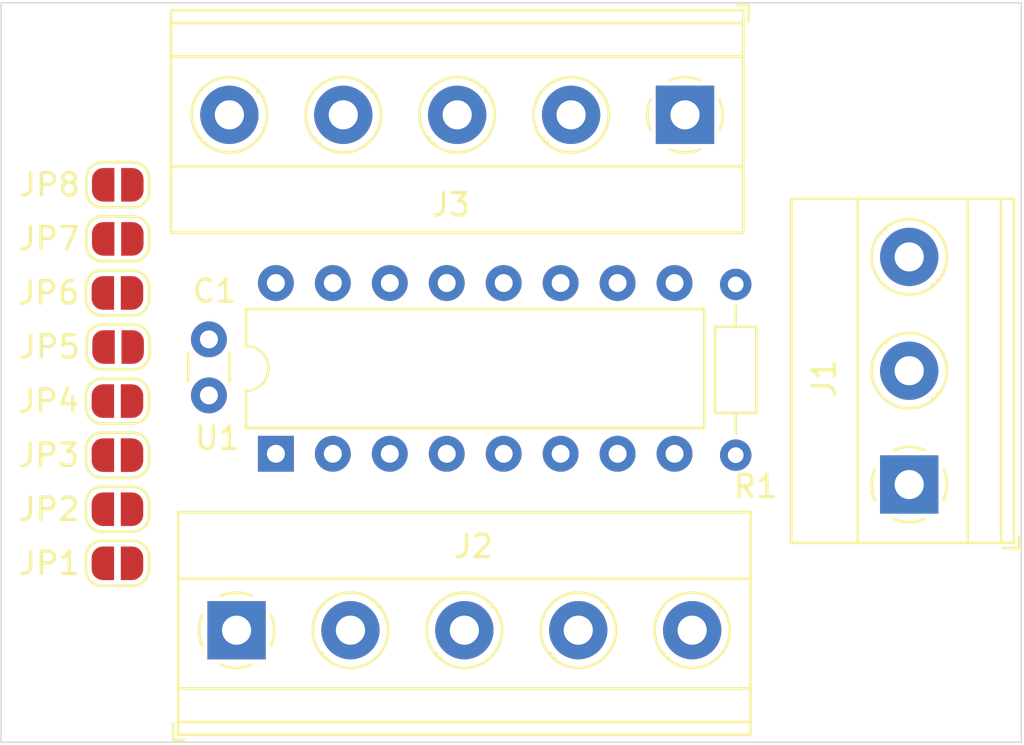
<source format=kicad_pcb>
(kicad_pcb (version 20171130) (host pcbnew "(5.1.12)-1")

  (general
    (thickness 1.6)
    (drawings 4)
    (tracks 0)
    (zones 0)
    (modules 18)
    (nets 16)
  )

  (page A4)
  (layers
    (0 F.Cu signal)
    (31 B.Cu signal)
    (32 B.Adhes user)
    (33 F.Adhes user)
    (34 B.Paste user)
    (35 F.Paste user)
    (36 B.SilkS user)
    (37 F.SilkS user)
    (38 B.Mask user)
    (39 F.Mask user)
    (40 Dwgs.User user)
    (41 Cmts.User user)
    (42 Eco1.User user)
    (43 Eco2.User user)
    (44 Edge.Cuts user)
    (45 Margin user)
    (46 B.CrtYd user)
    (47 F.CrtYd user hide)
    (48 B.Fab user)
    (49 F.Fab user hide)
  )

  (setup
    (last_trace_width 0.25)
    (trace_clearance 0.2)
    (zone_clearance 0.508)
    (zone_45_only no)
    (trace_min 0.2)
    (via_size 0.8)
    (via_drill 0.4)
    (via_min_size 0.4)
    (via_min_drill 0.3)
    (uvia_size 0.3)
    (uvia_drill 0.1)
    (uvias_allowed no)
    (uvia_min_size 0.2)
    (uvia_min_drill 0.1)
    (edge_width 0.05)
    (segment_width 0.2)
    (pcb_text_width 0.3)
    (pcb_text_size 1.5 1.5)
    (mod_edge_width 0.12)
    (mod_text_size 1 1)
    (mod_text_width 0.15)
    (pad_size 1.524 1.524)
    (pad_drill 0.762)
    (pad_to_mask_clearance 0)
    (aux_axis_origin 0 0)
    (visible_elements FFFFFF7F)
    (pcbplotparams
      (layerselection 0x010fc_ffffffff)
      (usegerberextensions false)
      (usegerberattributes true)
      (usegerberadvancedattributes true)
      (creategerberjobfile true)
      (excludeedgelayer true)
      (linewidth 0.100000)
      (plotframeref false)
      (viasonmask false)
      (mode 1)
      (useauxorigin false)
      (hpglpennumber 1)
      (hpglpenspeed 20)
      (hpglpendiameter 15.000000)
      (psnegative false)
      (psa4output false)
      (plotreference true)
      (plotvalue true)
      (plotinvisibletext false)
      (padsonsilk false)
      (subtractmaskfromsilk false)
      (outputformat 1)
      (mirror false)
      (drillshape 1)
      (scaleselection 1)
      (outputdirectory ""))
  )

  (net 0 "")
  (net 1 /rec)
  (net 2 +5V)
  (net 3 GND)
  (net 4 /out10)
  (net 5 /out9)
  (net 6 /out8)
  (net 7 /out7)
  (net 8 /out6)
  (net 9 /out5)
  (net 10 /out4)
  (net 11 /out3)
  (net 12 /out2)
  (net 13 /out1)
  (net 14 "Net-(JP1-Pad1)")
  (net 15 "Net-(U1-Pad12)")

  (net_class Default "This is the default net class."
    (clearance 0.2)
    (trace_width 0.25)
    (via_dia 0.8)
    (via_drill 0.4)
    (uvia_dia 0.3)
    (uvia_drill 0.1)
    (add_net +5V)
    (add_net /out1)
    (add_net /out10)
    (add_net /out2)
    (add_net /out3)
    (add_net /out4)
    (add_net /out5)
    (add_net /out6)
    (add_net /out7)
    (add_net /out8)
    (add_net /out9)
    (add_net /rec)
    (add_net GND)
    (add_net "Net-(JP1-Pad1)")
    (add_net "Net-(U1-Pad12)")
  )

  (module MountingHole:MountingHole_3.2mm_M3 (layer F.Cu) (tedit 56D1B4CB) (tstamp 61DD9E12)
    (at 35 116.5)
    (descr "Mounting Hole 3.2mm, no annular, M3")
    (tags "mounting hole 3.2mm no annular m3")
    (attr virtual)
    (fp_text reference REF** (at 0 -4.2) (layer F.Fab)
      (effects (font (size 1 1) (thickness 0.15)))
    )
    (fp_text value MountingHole_3.2mm_M3 (at 0 4.2) (layer F.Fab)
      (effects (font (size 1 1) (thickness 0.15)))
    )
    (fp_circle (center 0 0) (end 3.2 0) (layer Cmts.User) (width 0.15))
    (fp_circle (center 0 0) (end 3.45 0) (layer F.CrtYd) (width 0.05))
    (fp_text user %R (at 0.3 0) (layer F.Fab)
      (effects (font (size 1 1) (thickness 0.15)))
    )
    (pad 1 np_thru_hole circle (at 0 0) (size 3.2 3.2) (drill 3.2) (layers *.Cu *.Mask))
  )

  (module MountingHole:MountingHole_3.2mm_M3 (layer F.Cu) (tedit 56D1B4CB) (tstamp 61DD9E12)
    (at 34.925 90.5)
    (descr "Mounting Hole 3.2mm, no annular, M3")
    (tags "mounting hole 3.2mm no annular m3")
    (attr virtual)
    (fp_text reference REF** (at 0 -4.2) (layer F.Fab)
      (effects (font (size 1 1) (thickness 0.15)))
    )
    (fp_text value MountingHole_3.2mm_M3 (at 0 4.2) (layer F.Fab)
      (effects (font (size 1 1) (thickness 0.15)))
    )
    (fp_circle (center 0 0) (end 3.2 0) (layer Cmts.User) (width 0.15))
    (fp_circle (center 0 0) (end 3.45 0) (layer F.CrtYd) (width 0.05))
    (fp_text user %R (at 0.3 0) (layer F.Fab)
      (effects (font (size 1 1) (thickness 0.15)))
    )
    (pad 1 np_thru_hole circle (at 0 0) (size 3.2 3.2) (drill 3.2) (layers *.Cu *.Mask))
  )

  (module MountingHole:MountingHole_3.2mm_M3 (layer F.Cu) (tedit 56D1B4CB) (tstamp 61DD9E12)
    (at 73.5 90.5)
    (descr "Mounting Hole 3.2mm, no annular, M3")
    (tags "mounting hole 3.2mm no annular m3")
    (attr virtual)
    (fp_text reference REF** (at 0 -4.2) (layer F.Fab)
      (effects (font (size 1 1) (thickness 0.15)))
    )
    (fp_text value MountingHole_3.2mm_M3 (at 0 4.2) (layer F.Fab)
      (effects (font (size 1 1) (thickness 0.15)))
    )
    (fp_circle (center 0 0) (end 3.2 0) (layer Cmts.User) (width 0.15))
    (fp_circle (center 0 0) (end 3.45 0) (layer F.CrtYd) (width 0.05))
    (fp_text user %R (at 0.3 0) (layer F.Fab)
      (effects (font (size 1 1) (thickness 0.15)))
    )
    (pad 1 np_thru_hole circle (at 0 0) (size 3.2 3.2) (drill 3.2) (layers *.Cu *.Mask))
  )

  (module MountingHole:MountingHole_3.2mm_M3 (layer F.Cu) (tedit 56D1B4CB) (tstamp 61DD9E02)
    (at 73.5 116.5)
    (descr "Mounting Hole 3.2mm, no annular, M3")
    (tags "mounting hole 3.2mm no annular m3")
    (attr virtual)
    (fp_text reference REF** (at 0 -4.2) (layer F.Fab)
      (effects (font (size 1 1) (thickness 0.15)))
    )
    (fp_text value MountingHole_3.2mm_M3 (at 0 4.2) (layer F.Fab)
      (effects (font (size 1 1) (thickness 0.15)))
    )
    (fp_text user %R (at 0.3 0) (layer F.Fab)
      (effects (font (size 1 1) (thickness 0.15)))
    )
    (fp_circle (center 0 0) (end 3.2 0) (layer Cmts.User) (width 0.15))
    (fp_circle (center 0 0) (end 3.45 0) (layer F.CrtYd) (width 0.05))
    (pad 1 np_thru_hole circle (at 0 0) (size 3.2 3.2) (drill 3.2) (layers *.Cu *.Mask))
  )

  (module Capacitor_THT:C_Disc_D3.0mm_W1.6mm_P2.50mm (layer F.Cu) (tedit 5AE50EF0) (tstamp 61DD8683)
    (at 40.767 102.021 270)
    (descr "C, Disc series, Radial, pin pitch=2.50mm, , diameter*width=3.0*1.6mm^2, Capacitor, http://www.vishay.com/docs/45233/krseries.pdf")
    (tags "C Disc series Radial pin pitch 2.50mm  diameter 3.0mm width 1.6mm Capacitor")
    (path /61E25771)
    (fp_text reference C1 (at -2.159 -0.254 180) (layer F.SilkS)
      (effects (font (size 1 1) (thickness 0.15)))
    )
    (fp_text value C (at 1.25 2.05 90) (layer F.Fab)
      (effects (font (size 1 1) (thickness 0.15)))
    )
    (fp_text user %R (at 1.25 0 90) (layer F.Fab)
      (effects (font (size 0.6 0.6) (thickness 0.09)))
    )
    (fp_line (start -0.25 -0.8) (end -0.25 0.8) (layer F.Fab) (width 0.1))
    (fp_line (start -0.25 0.8) (end 2.75 0.8) (layer F.Fab) (width 0.1))
    (fp_line (start 2.75 0.8) (end 2.75 -0.8) (layer F.Fab) (width 0.1))
    (fp_line (start 2.75 -0.8) (end -0.25 -0.8) (layer F.Fab) (width 0.1))
    (fp_line (start 0.621 -0.92) (end 1.879 -0.92) (layer F.SilkS) (width 0.12))
    (fp_line (start 0.621 0.92) (end 1.879 0.92) (layer F.SilkS) (width 0.12))
    (fp_line (start -1.05 -1.05) (end -1.05 1.05) (layer F.CrtYd) (width 0.05))
    (fp_line (start -1.05 1.05) (end 3.55 1.05) (layer F.CrtYd) (width 0.05))
    (fp_line (start 3.55 1.05) (end 3.55 -1.05) (layer F.CrtYd) (width 0.05))
    (fp_line (start 3.55 -1.05) (end -1.05 -1.05) (layer F.CrtYd) (width 0.05))
    (pad 2 thru_hole circle (at 2.5 0 270) (size 1.6 1.6) (drill 0.8) (layers *.Cu *.Mask)
      (net 3 GND))
    (pad 1 thru_hole circle (at 0 0 270) (size 1.6 1.6) (drill 0.8) (layers *.Cu *.Mask)
      (net 2 +5V))
    (model ${KISYS3DMOD}/Capacitor_THT.3dshapes/C_Disc_D3.0mm_W1.6mm_P2.50mm.wrl
      (at (xyz 0 0 0))
      (scale (xyz 1 1 1))
      (rotate (xyz 0 0 0))
    )
  )

  (module TerminalBlock_Phoenix:TerminalBlock_Phoenix_MKDS-1,5-5-5.08_1x05_P5.08mm_Horizontal (layer F.Cu) (tedit 5B294EBD) (tstamp 61DD7B8E)
    (at 62 92 180)
    (descr "Terminal Block Phoenix MKDS-1,5-5-5.08, 5 pins, pitch 5.08mm, size 25.4x9.8mm^2, drill diamater 1.3mm, pad diameter 2.6mm, see http://www.farnell.com/datasheets/100425.pdf, script-generated using https://github.com/pointhi/kicad-footprint-generator/scripts/TerminalBlock_Phoenix")
    (tags "THT Terminal Block Phoenix MKDS-1,5-5-5.08 pitch 5.08mm size 25.4x9.8mm^2 drill 1.3mm pad 2.6mm")
    (path /61E2131A)
    (fp_text reference J3 (at 10.438 -4.012) (layer F.SilkS)
      (effects (font (size 1 1) (thickness 0.15)))
    )
    (fp_text value Screw_Terminal_01x10 (at 10.16 5.66) (layer F.Fab)
      (effects (font (size 1 1) (thickness 0.15)))
    )
    (fp_text user %R (at 10.16 3.2) (layer F.Fab)
      (effects (font (size 1 1) (thickness 0.15)))
    )
    (fp_arc (start 0 0) (end -0.684 1.535) (angle -25) (layer F.SilkS) (width 0.12))
    (fp_arc (start 0 0) (end -1.535 -0.684) (angle -48) (layer F.SilkS) (width 0.12))
    (fp_arc (start 0 0) (end 0.684 -1.535) (angle -48) (layer F.SilkS) (width 0.12))
    (fp_arc (start 0 0) (end 1.535 0.684) (angle -48) (layer F.SilkS) (width 0.12))
    (fp_arc (start 0 0) (end 0 1.68) (angle -24) (layer F.SilkS) (width 0.12))
    (fp_circle (center 0 0) (end 1.5 0) (layer F.Fab) (width 0.1))
    (fp_circle (center 5.08 0) (end 6.58 0) (layer F.Fab) (width 0.1))
    (fp_circle (center 5.08 0) (end 6.76 0) (layer F.SilkS) (width 0.12))
    (fp_circle (center 10.16 0) (end 11.66 0) (layer F.Fab) (width 0.1))
    (fp_circle (center 10.16 0) (end 11.84 0) (layer F.SilkS) (width 0.12))
    (fp_circle (center 15.24 0) (end 16.74 0) (layer F.Fab) (width 0.1))
    (fp_circle (center 15.24 0) (end 16.92 0) (layer F.SilkS) (width 0.12))
    (fp_circle (center 20.32 0) (end 21.82 0) (layer F.Fab) (width 0.1))
    (fp_circle (center 20.32 0) (end 22 0) (layer F.SilkS) (width 0.12))
    (fp_line (start -2.54 -5.2) (end 22.86 -5.2) (layer F.Fab) (width 0.1))
    (fp_line (start 22.86 -5.2) (end 22.86 4.6) (layer F.Fab) (width 0.1))
    (fp_line (start 22.86 4.6) (end -2.04 4.6) (layer F.Fab) (width 0.1))
    (fp_line (start -2.04 4.6) (end -2.54 4.1) (layer F.Fab) (width 0.1))
    (fp_line (start -2.54 4.1) (end -2.54 -5.2) (layer F.Fab) (width 0.1))
    (fp_line (start -2.54 4.1) (end 22.86 4.1) (layer F.Fab) (width 0.1))
    (fp_line (start -2.6 4.1) (end 22.92 4.1) (layer F.SilkS) (width 0.12))
    (fp_line (start -2.54 2.6) (end 22.86 2.6) (layer F.Fab) (width 0.1))
    (fp_line (start -2.6 2.6) (end 22.92 2.6) (layer F.SilkS) (width 0.12))
    (fp_line (start -2.54 -2.3) (end 22.86 -2.3) (layer F.Fab) (width 0.1))
    (fp_line (start -2.6 -2.301) (end 22.92 -2.301) (layer F.SilkS) (width 0.12))
    (fp_line (start -2.6 -5.261) (end 22.92 -5.261) (layer F.SilkS) (width 0.12))
    (fp_line (start -2.6 4.66) (end 22.92 4.66) (layer F.SilkS) (width 0.12))
    (fp_line (start -2.6 -5.261) (end -2.6 4.66) (layer F.SilkS) (width 0.12))
    (fp_line (start 22.92 -5.261) (end 22.92 4.66) (layer F.SilkS) (width 0.12))
    (fp_line (start 1.138 -0.955) (end -0.955 1.138) (layer F.Fab) (width 0.1))
    (fp_line (start 0.955 -1.138) (end -1.138 0.955) (layer F.Fab) (width 0.1))
    (fp_line (start 6.218 -0.955) (end 4.126 1.138) (layer F.Fab) (width 0.1))
    (fp_line (start 6.035 -1.138) (end 3.943 0.955) (layer F.Fab) (width 0.1))
    (fp_line (start 6.355 -1.069) (end 6.308 -1.023) (layer F.SilkS) (width 0.12))
    (fp_line (start 4.046 1.239) (end 4.011 1.274) (layer F.SilkS) (width 0.12))
    (fp_line (start 6.15 -1.275) (end 6.115 -1.239) (layer F.SilkS) (width 0.12))
    (fp_line (start 3.853 1.023) (end 3.806 1.069) (layer F.SilkS) (width 0.12))
    (fp_line (start 11.298 -0.955) (end 9.206 1.138) (layer F.Fab) (width 0.1))
    (fp_line (start 11.115 -1.138) (end 9.023 0.955) (layer F.Fab) (width 0.1))
    (fp_line (start 11.435 -1.069) (end 11.388 -1.023) (layer F.SilkS) (width 0.12))
    (fp_line (start 9.126 1.239) (end 9.091 1.274) (layer F.SilkS) (width 0.12))
    (fp_line (start 11.23 -1.275) (end 11.195 -1.239) (layer F.SilkS) (width 0.12))
    (fp_line (start 8.933 1.023) (end 8.886 1.069) (layer F.SilkS) (width 0.12))
    (fp_line (start 16.378 -0.955) (end 14.286 1.138) (layer F.Fab) (width 0.1))
    (fp_line (start 16.195 -1.138) (end 14.103 0.955) (layer F.Fab) (width 0.1))
    (fp_line (start 16.515 -1.069) (end 16.468 -1.023) (layer F.SilkS) (width 0.12))
    (fp_line (start 14.206 1.239) (end 14.171 1.274) (layer F.SilkS) (width 0.12))
    (fp_line (start 16.31 -1.275) (end 16.275 -1.239) (layer F.SilkS) (width 0.12))
    (fp_line (start 14.013 1.023) (end 13.966 1.069) (layer F.SilkS) (width 0.12))
    (fp_line (start 21.458 -0.955) (end 19.366 1.138) (layer F.Fab) (width 0.1))
    (fp_line (start 21.275 -1.138) (end 19.183 0.955) (layer F.Fab) (width 0.1))
    (fp_line (start 21.595 -1.069) (end 21.548 -1.023) (layer F.SilkS) (width 0.12))
    (fp_line (start 19.286 1.239) (end 19.251 1.274) (layer F.SilkS) (width 0.12))
    (fp_line (start 21.39 -1.275) (end 21.355 -1.239) (layer F.SilkS) (width 0.12))
    (fp_line (start 19.093 1.023) (end 19.046 1.069) (layer F.SilkS) (width 0.12))
    (fp_line (start -2.84 4.16) (end -2.84 4.9) (layer F.SilkS) (width 0.12))
    (fp_line (start -2.84 4.9) (end -2.34 4.9) (layer F.SilkS) (width 0.12))
    (fp_line (start -3.04 -5.71) (end -3.04 5.1) (layer F.CrtYd) (width 0.05))
    (fp_line (start -3.04 5.1) (end 23.36 5.1) (layer F.CrtYd) (width 0.05))
    (fp_line (start 23.36 5.1) (end 23.36 -5.71) (layer F.CrtYd) (width 0.05))
    (fp_line (start 23.36 -5.71) (end -3.04 -5.71) (layer F.CrtYd) (width 0.05))
    (pad 5 thru_hole circle (at 20.32 0 180) (size 2.6 2.6) (drill 1.3) (layers *.Cu *.Mask)
      (net 4 /out10))
    (pad 4 thru_hole circle (at 15.24 0 180) (size 2.6 2.6) (drill 1.3) (layers *.Cu *.Mask)
      (net 5 /out9))
    (pad 3 thru_hole circle (at 10.16 0 180) (size 2.6 2.6) (drill 1.3) (layers *.Cu *.Mask)
      (net 6 /out8))
    (pad 2 thru_hole circle (at 5.08 0 180) (size 2.6 2.6) (drill 1.3) (layers *.Cu *.Mask)
      (net 7 /out7))
    (pad 1 thru_hole rect (at 0 0 180) (size 2.6 2.6) (drill 1.3) (layers *.Cu *.Mask)
      (net 8 /out6))
    (model ${KISYS3DMOD}/TerminalBlock_Phoenix.3dshapes/TerminalBlock_Phoenix_MKDS-1,5-5-5.08_1x05_P5.08mm_Horizontal.wrl
      (at (xyz 0 0 0))
      (scale (xyz 1 1 1))
      (rotate (xyz 0 0 0))
    )
  )

  (module TerminalBlock_Phoenix:TerminalBlock_Phoenix_MKDS-1,5-5-5.08_1x05_P5.08mm_Horizontal (layer F.Cu) (tedit 5B294EBD) (tstamp 61DD757F)
    (at 42 115)
    (descr "Terminal Block Phoenix MKDS-1,5-5-5.08, 5 pins, pitch 5.08mm, size 25.4x9.8mm^2, drill diamater 1.3mm, pad diameter 2.6mm, see http://www.farnell.com/datasheets/100425.pdf, script-generated using https://github.com/pointhi/kicad-footprint-generator/scripts/TerminalBlock_Phoenix")
    (tags "THT Terminal Block Phoenix MKDS-1,5-5-5.08 pitch 5.08mm size 25.4x9.8mm^2 drill 1.3mm pad 2.6mm")
    (path /61DEE04E)
    (fp_text reference J2 (at 10.578 -3.748) (layer F.SilkS)
      (effects (font (size 1 1) (thickness 0.15)))
    )
    (fp_text value Screw_Terminal_01x10 (at 10.16 5.66) (layer F.Fab)
      (effects (font (size 1 1) (thickness 0.15)))
    )
    (fp_text user %R (at 10.16 3.2) (layer F.Fab)
      (effects (font (size 1 1) (thickness 0.15)))
    )
    (fp_arc (start 0 0) (end -0.684 1.535) (angle -25) (layer F.SilkS) (width 0.12))
    (fp_arc (start 0 0) (end -1.535 -0.684) (angle -48) (layer F.SilkS) (width 0.12))
    (fp_arc (start 0 0) (end 0.684 -1.535) (angle -48) (layer F.SilkS) (width 0.12))
    (fp_arc (start 0 0) (end 1.535 0.684) (angle -48) (layer F.SilkS) (width 0.12))
    (fp_arc (start 0 0) (end 0 1.68) (angle -24) (layer F.SilkS) (width 0.12))
    (fp_circle (center 0 0) (end 1.5 0) (layer F.Fab) (width 0.1))
    (fp_circle (center 5.08 0) (end 6.58 0) (layer F.Fab) (width 0.1))
    (fp_circle (center 5.08 0) (end 6.76 0) (layer F.SilkS) (width 0.12))
    (fp_circle (center 10.16 0) (end 11.66 0) (layer F.Fab) (width 0.1))
    (fp_circle (center 10.16 0) (end 11.84 0) (layer F.SilkS) (width 0.12))
    (fp_circle (center 15.24 0) (end 16.74 0) (layer F.Fab) (width 0.1))
    (fp_circle (center 15.24 0) (end 16.92 0) (layer F.SilkS) (width 0.12))
    (fp_circle (center 20.32 0) (end 21.82 0) (layer F.Fab) (width 0.1))
    (fp_circle (center 20.32 0) (end 22 0) (layer F.SilkS) (width 0.12))
    (fp_line (start -2.54 -5.2) (end 22.86 -5.2) (layer F.Fab) (width 0.1))
    (fp_line (start 22.86 -5.2) (end 22.86 4.6) (layer F.Fab) (width 0.1))
    (fp_line (start 22.86 4.6) (end -2.04 4.6) (layer F.Fab) (width 0.1))
    (fp_line (start -2.04 4.6) (end -2.54 4.1) (layer F.Fab) (width 0.1))
    (fp_line (start -2.54 4.1) (end -2.54 -5.2) (layer F.Fab) (width 0.1))
    (fp_line (start -2.54 4.1) (end 22.86 4.1) (layer F.Fab) (width 0.1))
    (fp_line (start -2.6 4.1) (end 22.92 4.1) (layer F.SilkS) (width 0.12))
    (fp_line (start -2.54 2.6) (end 22.86 2.6) (layer F.Fab) (width 0.1))
    (fp_line (start -2.6 2.6) (end 22.92 2.6) (layer F.SilkS) (width 0.12))
    (fp_line (start -2.54 -2.3) (end 22.86 -2.3) (layer F.Fab) (width 0.1))
    (fp_line (start -2.6 -2.301) (end 22.92 -2.301) (layer F.SilkS) (width 0.12))
    (fp_line (start -2.6 -5.261) (end 22.92 -5.261) (layer F.SilkS) (width 0.12))
    (fp_line (start -2.6 4.66) (end 22.92 4.66) (layer F.SilkS) (width 0.12))
    (fp_line (start -2.6 -5.261) (end -2.6 4.66) (layer F.SilkS) (width 0.12))
    (fp_line (start 22.92 -5.261) (end 22.92 4.66) (layer F.SilkS) (width 0.12))
    (fp_line (start 1.138 -0.955) (end -0.955 1.138) (layer F.Fab) (width 0.1))
    (fp_line (start 0.955 -1.138) (end -1.138 0.955) (layer F.Fab) (width 0.1))
    (fp_line (start 6.218 -0.955) (end 4.126 1.138) (layer F.Fab) (width 0.1))
    (fp_line (start 6.035 -1.138) (end 3.943 0.955) (layer F.Fab) (width 0.1))
    (fp_line (start 6.355 -1.069) (end 6.308 -1.023) (layer F.SilkS) (width 0.12))
    (fp_line (start 4.046 1.239) (end 4.011 1.274) (layer F.SilkS) (width 0.12))
    (fp_line (start 6.15 -1.275) (end 6.115 -1.239) (layer F.SilkS) (width 0.12))
    (fp_line (start 3.853 1.023) (end 3.806 1.069) (layer F.SilkS) (width 0.12))
    (fp_line (start 11.298 -0.955) (end 9.206 1.138) (layer F.Fab) (width 0.1))
    (fp_line (start 11.115 -1.138) (end 9.023 0.955) (layer F.Fab) (width 0.1))
    (fp_line (start 11.435 -1.069) (end 11.388 -1.023) (layer F.SilkS) (width 0.12))
    (fp_line (start 9.126 1.239) (end 9.091 1.274) (layer F.SilkS) (width 0.12))
    (fp_line (start 11.23 -1.275) (end 11.195 -1.239) (layer F.SilkS) (width 0.12))
    (fp_line (start 8.933 1.023) (end 8.886 1.069) (layer F.SilkS) (width 0.12))
    (fp_line (start 16.378 -0.955) (end 14.286 1.138) (layer F.Fab) (width 0.1))
    (fp_line (start 16.195 -1.138) (end 14.103 0.955) (layer F.Fab) (width 0.1))
    (fp_line (start 16.515 -1.069) (end 16.468 -1.023) (layer F.SilkS) (width 0.12))
    (fp_line (start 14.206 1.239) (end 14.171 1.274) (layer F.SilkS) (width 0.12))
    (fp_line (start 16.31 -1.275) (end 16.275 -1.239) (layer F.SilkS) (width 0.12))
    (fp_line (start 14.013 1.023) (end 13.966 1.069) (layer F.SilkS) (width 0.12))
    (fp_line (start 21.458 -0.955) (end 19.366 1.138) (layer F.Fab) (width 0.1))
    (fp_line (start 21.275 -1.138) (end 19.183 0.955) (layer F.Fab) (width 0.1))
    (fp_line (start 21.595 -1.069) (end 21.548 -1.023) (layer F.SilkS) (width 0.12))
    (fp_line (start 19.286 1.239) (end 19.251 1.274) (layer F.SilkS) (width 0.12))
    (fp_line (start 21.39 -1.275) (end 21.355 -1.239) (layer F.SilkS) (width 0.12))
    (fp_line (start 19.093 1.023) (end 19.046 1.069) (layer F.SilkS) (width 0.12))
    (fp_line (start -2.84 4.16) (end -2.84 4.9) (layer F.SilkS) (width 0.12))
    (fp_line (start -2.84 4.9) (end -2.34 4.9) (layer F.SilkS) (width 0.12))
    (fp_line (start -3.04 -5.71) (end -3.04 5.1) (layer F.CrtYd) (width 0.05))
    (fp_line (start -3.04 5.1) (end 23.36 5.1) (layer F.CrtYd) (width 0.05))
    (fp_line (start 23.36 5.1) (end 23.36 -5.71) (layer F.CrtYd) (width 0.05))
    (fp_line (start 23.36 -5.71) (end -3.04 -5.71) (layer F.CrtYd) (width 0.05))
    (pad 5 thru_hole circle (at 20.32 0) (size 2.6 2.6) (drill 1.3) (layers *.Cu *.Mask)
      (net 9 /out5))
    (pad 4 thru_hole circle (at 15.24 0) (size 2.6 2.6) (drill 1.3) (layers *.Cu *.Mask)
      (net 10 /out4))
    (pad 3 thru_hole circle (at 10.16 0) (size 2.6 2.6) (drill 1.3) (layers *.Cu *.Mask)
      (net 11 /out3))
    (pad 2 thru_hole circle (at 5.08 0) (size 2.6 2.6) (drill 1.3) (layers *.Cu *.Mask)
      (net 12 /out2))
    (pad 1 thru_hole rect (at 0 0) (size 2.6 2.6) (drill 1.3) (layers *.Cu *.Mask)
      (net 13 /out1))
    (model ${KISYS3DMOD}/TerminalBlock_Phoenix.3dshapes/TerminalBlock_Phoenix_MKDS-1,5-5-5.08_1x05_P5.08mm_Horizontal.wrl
      (at (xyz 0 0 0))
      (scale (xyz 1 1 1))
      (rotate (xyz 0 0 0))
    )
  )

  (module Package_DIP:DIP-16_W7.62mm (layer F.Cu) (tedit 5A02E8C5) (tstamp 61DD764A)
    (at 43.754 107.127 90)
    (descr "16-lead though-hole mounted DIP package, row spacing 7.62 mm (300 mils)")
    (tags "THT DIP DIL PDIP 2.54mm 7.62mm 300mil")
    (path /61DD4530)
    (fp_text reference U1 (at 0.701 -2.606 180) (layer F.SilkS)
      (effects (font (size 1 1) (thickness 0.15)))
    )
    (fp_text value 4017 (at 3.81 20.11 90) (layer F.Fab)
      (effects (font (size 1 1) (thickness 0.15)))
    )
    (fp_text user %R (at 3.81 8.89 90) (layer F.Fab)
      (effects (font (size 1 1) (thickness 0.15)))
    )
    (fp_arc (start 3.81 -1.33) (end 2.81 -1.33) (angle -180) (layer F.SilkS) (width 0.12))
    (fp_line (start 1.635 -1.27) (end 6.985 -1.27) (layer F.Fab) (width 0.1))
    (fp_line (start 6.985 -1.27) (end 6.985 19.05) (layer F.Fab) (width 0.1))
    (fp_line (start 6.985 19.05) (end 0.635 19.05) (layer F.Fab) (width 0.1))
    (fp_line (start 0.635 19.05) (end 0.635 -0.27) (layer F.Fab) (width 0.1))
    (fp_line (start 0.635 -0.27) (end 1.635 -1.27) (layer F.Fab) (width 0.1))
    (fp_line (start 2.81 -1.33) (end 1.16 -1.33) (layer F.SilkS) (width 0.12))
    (fp_line (start 1.16 -1.33) (end 1.16 19.11) (layer F.SilkS) (width 0.12))
    (fp_line (start 1.16 19.11) (end 6.46 19.11) (layer F.SilkS) (width 0.12))
    (fp_line (start 6.46 19.11) (end 6.46 -1.33) (layer F.SilkS) (width 0.12))
    (fp_line (start 6.46 -1.33) (end 4.81 -1.33) (layer F.SilkS) (width 0.12))
    (fp_line (start -1.1 -1.55) (end -1.1 19.3) (layer F.CrtYd) (width 0.05))
    (fp_line (start -1.1 19.3) (end 8.7 19.3) (layer F.CrtYd) (width 0.05))
    (fp_line (start 8.7 19.3) (end 8.7 -1.55) (layer F.CrtYd) (width 0.05))
    (fp_line (start 8.7 -1.55) (end -1.1 -1.55) (layer F.CrtYd) (width 0.05))
    (pad 16 thru_hole oval (at 7.62 0 90) (size 1.6 1.6) (drill 0.8) (layers *.Cu *.Mask)
      (net 2 +5V))
    (pad 8 thru_hole oval (at 0 17.78 90) (size 1.6 1.6) (drill 0.8) (layers *.Cu *.Mask)
      (net 3 GND))
    (pad 15 thru_hole oval (at 7.62 2.54 90) (size 1.6 1.6) (drill 0.8) (layers *.Cu *.Mask)
      (net 14 "Net-(JP1-Pad1)"))
    (pad 7 thru_hole oval (at 0 15.24 90) (size 1.6 1.6) (drill 0.8) (layers *.Cu *.Mask)
      (net 10 /out4))
    (pad 14 thru_hole oval (at 7.62 5.08 90) (size 1.6 1.6) (drill 0.8) (layers *.Cu *.Mask)
      (net 1 /rec))
    (pad 6 thru_hole oval (at 0 12.7 90) (size 1.6 1.6) (drill 0.8) (layers *.Cu *.Mask)
      (net 6 /out8))
    (pad 13 thru_hole oval (at 7.62 7.62 90) (size 1.6 1.6) (drill 0.8) (layers *.Cu *.Mask)
      (net 3 GND))
    (pad 5 thru_hole oval (at 0 10.16 90) (size 1.6 1.6) (drill 0.8) (layers *.Cu *.Mask)
      (net 7 /out7))
    (pad 12 thru_hole oval (at 7.62 10.16 90) (size 1.6 1.6) (drill 0.8) (layers *.Cu *.Mask)
      (net 15 "Net-(U1-Pad12)"))
    (pad 4 thru_hole oval (at 0 7.62 90) (size 1.6 1.6) (drill 0.8) (layers *.Cu *.Mask)
      (net 11 /out3))
    (pad 11 thru_hole oval (at 7.62 12.7 90) (size 1.6 1.6) (drill 0.8) (layers *.Cu *.Mask)
      (net 4 /out10))
    (pad 3 thru_hole oval (at 0 5.08 90) (size 1.6 1.6) (drill 0.8) (layers *.Cu *.Mask)
      (net 13 /out1))
    (pad 10 thru_hole oval (at 7.62 15.24 90) (size 1.6 1.6) (drill 0.8) (layers *.Cu *.Mask)
      (net 9 /out5))
    (pad 2 thru_hole oval (at 0 2.54 90) (size 1.6 1.6) (drill 0.8) (layers *.Cu *.Mask)
      (net 12 /out2))
    (pad 9 thru_hole oval (at 7.62 17.78 90) (size 1.6 1.6) (drill 0.8) (layers *.Cu *.Mask)
      (net 5 /out9))
    (pad 1 thru_hole rect (at 0 0 90) (size 1.6 1.6) (drill 0.8) (layers *.Cu *.Mask)
      (net 8 /out6))
    (model ${KISYS3DMOD}/Package_DIP.3dshapes/DIP-16_W7.62mm.wrl
      (at (xyz 0 0 0))
      (scale (xyz 1 1 1))
      (rotate (xyz 0 0 0))
    )
  )

  (module Resistor_THT:R_Axial_DIN0204_L3.6mm_D1.6mm_P7.62mm_Horizontal (layer F.Cu) (tedit 5AE5139B) (tstamp 61DD7626)
    (at 64.262 99.568 270)
    (descr "Resistor, Axial_DIN0204 series, Axial, Horizontal, pin pitch=7.62mm, 0.167W, length*diameter=3.6*1.6mm^2, http://cdn-reichelt.de/documents/datenblatt/B400/1_4W%23YAG.pdf")
    (tags "Resistor Axial_DIN0204 series Axial Horizontal pin pitch 7.62mm 0.167W length 3.6mm diameter 1.6mm")
    (path /61DE4302)
    (fp_text reference R1 (at 9.017 -0.889 180) (layer F.SilkS)
      (effects (font (size 1 1) (thickness 0.15)))
    )
    (fp_text value 100k (at 3.81 1.92 90) (layer F.Fab)
      (effects (font (size 1 1) (thickness 0.15)))
    )
    (fp_text user %R (at 3.81 0 90) (layer F.Fab)
      (effects (font (size 0.72 0.72) (thickness 0.108)))
    )
    (fp_line (start 2.01 -0.8) (end 2.01 0.8) (layer F.Fab) (width 0.1))
    (fp_line (start 2.01 0.8) (end 5.61 0.8) (layer F.Fab) (width 0.1))
    (fp_line (start 5.61 0.8) (end 5.61 -0.8) (layer F.Fab) (width 0.1))
    (fp_line (start 5.61 -0.8) (end 2.01 -0.8) (layer F.Fab) (width 0.1))
    (fp_line (start 0 0) (end 2.01 0) (layer F.Fab) (width 0.1))
    (fp_line (start 7.62 0) (end 5.61 0) (layer F.Fab) (width 0.1))
    (fp_line (start 1.89 -0.92) (end 1.89 0.92) (layer F.SilkS) (width 0.12))
    (fp_line (start 1.89 0.92) (end 5.73 0.92) (layer F.SilkS) (width 0.12))
    (fp_line (start 5.73 0.92) (end 5.73 -0.92) (layer F.SilkS) (width 0.12))
    (fp_line (start 5.73 -0.92) (end 1.89 -0.92) (layer F.SilkS) (width 0.12))
    (fp_line (start 0.94 0) (end 1.89 0) (layer F.SilkS) (width 0.12))
    (fp_line (start 6.68 0) (end 5.73 0) (layer F.SilkS) (width 0.12))
    (fp_line (start -0.95 -1.05) (end -0.95 1.05) (layer F.CrtYd) (width 0.05))
    (fp_line (start -0.95 1.05) (end 8.57 1.05) (layer F.CrtYd) (width 0.05))
    (fp_line (start 8.57 1.05) (end 8.57 -1.05) (layer F.CrtYd) (width 0.05))
    (fp_line (start 8.57 -1.05) (end -0.95 -1.05) (layer F.CrtYd) (width 0.05))
    (pad 2 thru_hole oval (at 7.62 0 270) (size 1.4 1.4) (drill 0.7) (layers *.Cu *.Mask)
      (net 3 GND))
    (pad 1 thru_hole circle (at 0 0 270) (size 1.4 1.4) (drill 0.7) (layers *.Cu *.Mask)
      (net 14 "Net-(JP1-Pad1)"))
    (model ${KISYS3DMOD}/Resistor_THT.3dshapes/R_Axial_DIN0204_L3.6mm_D1.6mm_P7.62mm_Horizontal.wrl
      (at (xyz 0 0 0))
      (scale (xyz 1 1 1))
      (rotate (xyz 0 0 0))
    )
  )

  (module Jumper:SolderJumper-2_P1.3mm_Open_RoundedPad1.0x1.5mm (layer F.Cu) (tedit 5B391E66) (tstamp 61DD760F)
    (at 36.703 95.123)
    (descr "SMD Solder Jumper, 1x1.5mm, rounded Pads, 0.3mm gap, open")
    (tags "solder jumper open")
    (path /61E0342F)
    (attr virtual)
    (fp_text reference JP8 (at -3.048 0) (layer F.SilkS)
      (effects (font (size 1 1) (thickness 0.15)))
    )
    (fp_text value ju (at 0 1.9) (layer F.Fab)
      (effects (font (size 1 1) (thickness 0.15)))
    )
    (fp_arc (start -0.7 -0.3) (end -0.7 -1) (angle -90) (layer F.SilkS) (width 0.12))
    (fp_arc (start -0.7 0.3) (end -1.4 0.3) (angle -90) (layer F.SilkS) (width 0.12))
    (fp_arc (start 0.7 0.3) (end 0.7 1) (angle -90) (layer F.SilkS) (width 0.12))
    (fp_arc (start 0.7 -0.3) (end 1.4 -0.3) (angle -90) (layer F.SilkS) (width 0.12))
    (fp_line (start -1.4 0.3) (end -1.4 -0.3) (layer F.SilkS) (width 0.12))
    (fp_line (start 0.7 1) (end -0.7 1) (layer F.SilkS) (width 0.12))
    (fp_line (start 1.4 -0.3) (end 1.4 0.3) (layer F.SilkS) (width 0.12))
    (fp_line (start -0.7 -1) (end 0.7 -1) (layer F.SilkS) (width 0.12))
    (fp_line (start -1.65 -1.25) (end 1.65 -1.25) (layer F.CrtYd) (width 0.05))
    (fp_line (start -1.65 -1.25) (end -1.65 1.25) (layer F.CrtYd) (width 0.05))
    (fp_line (start 1.65 1.25) (end 1.65 -1.25) (layer F.CrtYd) (width 0.05))
    (fp_line (start 1.65 1.25) (end -1.65 1.25) (layer F.CrtYd) (width 0.05))
    (pad 2 smd custom (at 0.65 0) (size 1 0.5) (layers F.Cu F.Mask)
      (net 4 /out10) (zone_connect 2)
      (options (clearance outline) (anchor rect))
      (primitives
        (gr_circle (center 0 0.25) (end 0.5 0.25) (width 0))
        (gr_circle (center 0 -0.25) (end 0.5 -0.25) (width 0))
        (gr_poly (pts
           (xy 0 -0.75) (xy -0.5 -0.75) (xy -0.5 0.75) (xy 0 0.75)) (width 0))
      ))
    (pad 1 smd custom (at -0.65 0) (size 1 0.5) (layers F.Cu F.Mask)
      (net 14 "Net-(JP1-Pad1)") (zone_connect 2)
      (options (clearance outline) (anchor rect))
      (primitives
        (gr_circle (center 0 0.25) (end 0.5 0.25) (width 0))
        (gr_circle (center 0 -0.25) (end 0.5 -0.25) (width 0))
        (gr_poly (pts
           (xy 0 -0.75) (xy 0.5 -0.75) (xy 0.5 0.75) (xy 0 0.75)) (width 0))
      ))
  )

  (module Jumper:SolderJumper-2_P1.3mm_Open_RoundedPad1.0x1.5mm (layer F.Cu) (tedit 5B391E66) (tstamp 61DD75FD)
    (at 36.703 97.536)
    (descr "SMD Solder Jumper, 1x1.5mm, rounded Pads, 0.3mm gap, open")
    (tags "solder jumper open")
    (path /61DF6105)
    (attr virtual)
    (fp_text reference JP7 (at -3.063 0) (layer F.SilkS)
      (effects (font (size 1 1) (thickness 0.15)))
    )
    (fp_text value ju (at 0 1.9) (layer F.Fab)
      (effects (font (size 1 1) (thickness 0.15)))
    )
    (fp_arc (start -0.7 -0.3) (end -0.7 -1) (angle -90) (layer F.SilkS) (width 0.12))
    (fp_arc (start -0.7 0.3) (end -1.4 0.3) (angle -90) (layer F.SilkS) (width 0.12))
    (fp_arc (start 0.7 0.3) (end 0.7 1) (angle -90) (layer F.SilkS) (width 0.12))
    (fp_arc (start 0.7 -0.3) (end 1.4 -0.3) (angle -90) (layer F.SilkS) (width 0.12))
    (fp_line (start -1.4 0.3) (end -1.4 -0.3) (layer F.SilkS) (width 0.12))
    (fp_line (start 0.7 1) (end -0.7 1) (layer F.SilkS) (width 0.12))
    (fp_line (start 1.4 -0.3) (end 1.4 0.3) (layer F.SilkS) (width 0.12))
    (fp_line (start -0.7 -1) (end 0.7 -1) (layer F.SilkS) (width 0.12))
    (fp_line (start -1.65 -1.25) (end 1.65 -1.25) (layer F.CrtYd) (width 0.05))
    (fp_line (start -1.65 -1.25) (end -1.65 1.25) (layer F.CrtYd) (width 0.05))
    (fp_line (start 1.65 1.25) (end 1.65 -1.25) (layer F.CrtYd) (width 0.05))
    (fp_line (start 1.65 1.25) (end -1.65 1.25) (layer F.CrtYd) (width 0.05))
    (pad 2 smd custom (at 0.65 0) (size 1 0.5) (layers F.Cu F.Mask)
      (net 5 /out9) (zone_connect 2)
      (options (clearance outline) (anchor rect))
      (primitives
        (gr_circle (center 0 0.25) (end 0.5 0.25) (width 0))
        (gr_circle (center 0 -0.25) (end 0.5 -0.25) (width 0))
        (gr_poly (pts
           (xy 0 -0.75) (xy -0.5 -0.75) (xy -0.5 0.75) (xy 0 0.75)) (width 0))
      ))
    (pad 1 smd custom (at -0.65 0) (size 1 0.5) (layers F.Cu F.Mask)
      (net 14 "Net-(JP1-Pad1)") (zone_connect 2)
      (options (clearance outline) (anchor rect))
      (primitives
        (gr_circle (center 0 0.25) (end 0.5 0.25) (width 0))
        (gr_circle (center 0 -0.25) (end 0.5 -0.25) (width 0))
        (gr_poly (pts
           (xy 0 -0.75) (xy 0.5 -0.75) (xy 0.5 0.75) (xy 0 0.75)) (width 0))
      ))
  )

  (module Jumper:SolderJumper-2_P1.3mm_Open_RoundedPad1.0x1.5mm (layer F.Cu) (tedit 5B391E66) (tstamp 61DD75EB)
    (at 36.688 99.949)
    (descr "SMD Solder Jumper, 1x1.5mm, rounded Pads, 0.3mm gap, open")
    (tags "solder jumper open")
    (path /61DDAF02)
    (attr virtual)
    (fp_text reference JP6 (at -3.063 0) (layer F.SilkS)
      (effects (font (size 1 1) (thickness 0.15)))
    )
    (fp_text value ju (at 0 1.9) (layer F.Fab)
      (effects (font (size 1 1) (thickness 0.15)))
    )
    (fp_arc (start -0.7 -0.3) (end -0.7 -1) (angle -90) (layer F.SilkS) (width 0.12))
    (fp_arc (start -0.7 0.3) (end -1.4 0.3) (angle -90) (layer F.SilkS) (width 0.12))
    (fp_arc (start 0.7 0.3) (end 0.7 1) (angle -90) (layer F.SilkS) (width 0.12))
    (fp_arc (start 0.7 -0.3) (end 1.4 -0.3) (angle -90) (layer F.SilkS) (width 0.12))
    (fp_line (start -1.4 0.3) (end -1.4 -0.3) (layer F.SilkS) (width 0.12))
    (fp_line (start 0.7 1) (end -0.7 1) (layer F.SilkS) (width 0.12))
    (fp_line (start 1.4 -0.3) (end 1.4 0.3) (layer F.SilkS) (width 0.12))
    (fp_line (start -0.7 -1) (end 0.7 -1) (layer F.SilkS) (width 0.12))
    (fp_line (start -1.65 -1.25) (end 1.65 -1.25) (layer F.CrtYd) (width 0.05))
    (fp_line (start -1.65 -1.25) (end -1.65 1.25) (layer F.CrtYd) (width 0.05))
    (fp_line (start 1.65 1.25) (end 1.65 -1.25) (layer F.CrtYd) (width 0.05))
    (fp_line (start 1.65 1.25) (end -1.65 1.25) (layer F.CrtYd) (width 0.05))
    (pad 2 smd custom (at 0.65 0) (size 1 0.5) (layers F.Cu F.Mask)
      (net 6 /out8) (zone_connect 2)
      (options (clearance outline) (anchor rect))
      (primitives
        (gr_circle (center 0 0.25) (end 0.5 0.25) (width 0))
        (gr_circle (center 0 -0.25) (end 0.5 -0.25) (width 0))
        (gr_poly (pts
           (xy 0 -0.75) (xy -0.5 -0.75) (xy -0.5 0.75) (xy 0 0.75)) (width 0))
      ))
    (pad 1 smd custom (at -0.65 0) (size 1 0.5) (layers F.Cu F.Mask)
      (net 14 "Net-(JP1-Pad1)") (zone_connect 2)
      (options (clearance outline) (anchor rect))
      (primitives
        (gr_circle (center 0 0.25) (end 0.5 0.25) (width 0))
        (gr_circle (center 0 -0.25) (end 0.5 -0.25) (width 0))
        (gr_poly (pts
           (xy 0 -0.75) (xy 0.5 -0.75) (xy 0.5 0.75) (xy 0 0.75)) (width 0))
      ))
  )

  (module Jumper:SolderJumper-2_P1.3mm_Open_RoundedPad1.0x1.5mm (layer F.Cu) (tedit 5B391E66) (tstamp 61DD75D9)
    (at 36.718 102.362)
    (descr "SMD Solder Jumper, 1x1.5mm, rounded Pads, 0.3mm gap, open")
    (tags "solder jumper open")
    (path /61DDAEFC)
    (attr virtual)
    (fp_text reference JP5 (at -3.063 0) (layer F.SilkS)
      (effects (font (size 1 1) (thickness 0.15)))
    )
    (fp_text value ju (at 0 1.9) (layer F.Fab)
      (effects (font (size 1 1) (thickness 0.15)))
    )
    (fp_arc (start -0.7 -0.3) (end -0.7 -1) (angle -90) (layer F.SilkS) (width 0.12))
    (fp_arc (start -0.7 0.3) (end -1.4 0.3) (angle -90) (layer F.SilkS) (width 0.12))
    (fp_arc (start 0.7 0.3) (end 0.7 1) (angle -90) (layer F.SilkS) (width 0.12))
    (fp_arc (start 0.7 -0.3) (end 1.4 -0.3) (angle -90) (layer F.SilkS) (width 0.12))
    (fp_line (start -1.4 0.3) (end -1.4 -0.3) (layer F.SilkS) (width 0.12))
    (fp_line (start 0.7 1) (end -0.7 1) (layer F.SilkS) (width 0.12))
    (fp_line (start 1.4 -0.3) (end 1.4 0.3) (layer F.SilkS) (width 0.12))
    (fp_line (start -0.7 -1) (end 0.7 -1) (layer F.SilkS) (width 0.12))
    (fp_line (start -1.65 -1.25) (end 1.65 -1.25) (layer F.CrtYd) (width 0.05))
    (fp_line (start -1.65 -1.25) (end -1.65 1.25) (layer F.CrtYd) (width 0.05))
    (fp_line (start 1.65 1.25) (end 1.65 -1.25) (layer F.CrtYd) (width 0.05))
    (fp_line (start 1.65 1.25) (end -1.65 1.25) (layer F.CrtYd) (width 0.05))
    (pad 2 smd custom (at 0.65 0) (size 1 0.5) (layers F.Cu F.Mask)
      (net 7 /out7) (zone_connect 2)
      (options (clearance outline) (anchor rect))
      (primitives
        (gr_circle (center 0 0.25) (end 0.5 0.25) (width 0))
        (gr_circle (center 0 -0.25) (end 0.5 -0.25) (width 0))
        (gr_poly (pts
           (xy 0 -0.75) (xy -0.5 -0.75) (xy -0.5 0.75) (xy 0 0.75)) (width 0))
      ))
    (pad 1 smd custom (at -0.65 0) (size 1 0.5) (layers F.Cu F.Mask)
      (net 14 "Net-(JP1-Pad1)") (zone_connect 2)
      (options (clearance outline) (anchor rect))
      (primitives
        (gr_circle (center 0 0.25) (end 0.5 0.25) (width 0))
        (gr_circle (center 0 -0.25) (end 0.5 -0.25) (width 0))
        (gr_poly (pts
           (xy 0 -0.75) (xy 0.5 -0.75) (xy 0.5 0.75) (xy 0 0.75)) (width 0))
      ))
  )

  (module Jumper:SolderJumper-2_P1.3mm_Open_RoundedPad1.0x1.5mm (layer F.Cu) (tedit 5B391E66) (tstamp 61DD75C7)
    (at 36.688 104.775)
    (descr "SMD Solder Jumper, 1x1.5mm, rounded Pads, 0.3mm gap, open")
    (tags "solder jumper open")
    (path /61DDAEF6)
    (attr virtual)
    (fp_text reference JP4 (at -3.063 0) (layer F.SilkS)
      (effects (font (size 1 1) (thickness 0.15)))
    )
    (fp_text value ju (at 0 1.9) (layer F.Fab)
      (effects (font (size 1 1) (thickness 0.15)))
    )
    (fp_arc (start -0.7 -0.3) (end -0.7 -1) (angle -90) (layer F.SilkS) (width 0.12))
    (fp_arc (start -0.7 0.3) (end -1.4 0.3) (angle -90) (layer F.SilkS) (width 0.12))
    (fp_arc (start 0.7 0.3) (end 0.7 1) (angle -90) (layer F.SilkS) (width 0.12))
    (fp_arc (start 0.7 -0.3) (end 1.4 -0.3) (angle -90) (layer F.SilkS) (width 0.12))
    (fp_line (start -1.4 0.3) (end -1.4 -0.3) (layer F.SilkS) (width 0.12))
    (fp_line (start 0.7 1) (end -0.7 1) (layer F.SilkS) (width 0.12))
    (fp_line (start 1.4 -0.3) (end 1.4 0.3) (layer F.SilkS) (width 0.12))
    (fp_line (start -0.7 -1) (end 0.7 -1) (layer F.SilkS) (width 0.12))
    (fp_line (start -1.65 -1.25) (end 1.65 -1.25) (layer F.CrtYd) (width 0.05))
    (fp_line (start -1.65 -1.25) (end -1.65 1.25) (layer F.CrtYd) (width 0.05))
    (fp_line (start 1.65 1.25) (end 1.65 -1.25) (layer F.CrtYd) (width 0.05))
    (fp_line (start 1.65 1.25) (end -1.65 1.25) (layer F.CrtYd) (width 0.05))
    (pad 2 smd custom (at 0.65 0) (size 1 0.5) (layers F.Cu F.Mask)
      (net 8 /out6) (zone_connect 2)
      (options (clearance outline) (anchor rect))
      (primitives
        (gr_circle (center 0 0.25) (end 0.5 0.25) (width 0))
        (gr_circle (center 0 -0.25) (end 0.5 -0.25) (width 0))
        (gr_poly (pts
           (xy 0 -0.75) (xy -0.5 -0.75) (xy -0.5 0.75) (xy 0 0.75)) (width 0))
      ))
    (pad 1 smd custom (at -0.65 0) (size 1 0.5) (layers F.Cu F.Mask)
      (net 14 "Net-(JP1-Pad1)") (zone_connect 2)
      (options (clearance outline) (anchor rect))
      (primitives
        (gr_circle (center 0 0.25) (end 0.5 0.25) (width 0))
        (gr_circle (center 0 -0.25) (end 0.5 -0.25) (width 0))
        (gr_poly (pts
           (xy 0 -0.75) (xy 0.5 -0.75) (xy 0.5 0.75) (xy 0 0.75)) (width 0))
      ))
  )

  (module Jumper:SolderJumper-2_P1.3mm_Open_RoundedPad1.0x1.5mm (layer F.Cu) (tedit 5B391E66) (tstamp 61DD75B5)
    (at 36.688 107.188)
    (descr "SMD Solder Jumper, 1x1.5mm, rounded Pads, 0.3mm gap, open")
    (tags "solder jumper open")
    (path /61DD8A58)
    (attr virtual)
    (fp_text reference JP3 (at -3.063 0) (layer F.SilkS)
      (effects (font (size 1 1) (thickness 0.15)))
    )
    (fp_text value ju (at 0 1.9) (layer F.Fab)
      (effects (font (size 1 1) (thickness 0.15)))
    )
    (fp_arc (start -0.7 -0.3) (end -0.7 -1) (angle -90) (layer F.SilkS) (width 0.12))
    (fp_arc (start -0.7 0.3) (end -1.4 0.3) (angle -90) (layer F.SilkS) (width 0.12))
    (fp_arc (start 0.7 0.3) (end 0.7 1) (angle -90) (layer F.SilkS) (width 0.12))
    (fp_arc (start 0.7 -0.3) (end 1.4 -0.3) (angle -90) (layer F.SilkS) (width 0.12))
    (fp_line (start -1.4 0.3) (end -1.4 -0.3) (layer F.SilkS) (width 0.12))
    (fp_line (start 0.7 1) (end -0.7 1) (layer F.SilkS) (width 0.12))
    (fp_line (start 1.4 -0.3) (end 1.4 0.3) (layer F.SilkS) (width 0.12))
    (fp_line (start -0.7 -1) (end 0.7 -1) (layer F.SilkS) (width 0.12))
    (fp_line (start -1.65 -1.25) (end 1.65 -1.25) (layer F.CrtYd) (width 0.05))
    (fp_line (start -1.65 -1.25) (end -1.65 1.25) (layer F.CrtYd) (width 0.05))
    (fp_line (start 1.65 1.25) (end 1.65 -1.25) (layer F.CrtYd) (width 0.05))
    (fp_line (start 1.65 1.25) (end -1.65 1.25) (layer F.CrtYd) (width 0.05))
    (pad 2 smd custom (at 0.65 0) (size 1 0.5) (layers F.Cu F.Mask)
      (net 9 /out5) (zone_connect 2)
      (options (clearance outline) (anchor rect))
      (primitives
        (gr_circle (center 0 0.25) (end 0.5 0.25) (width 0))
        (gr_circle (center 0 -0.25) (end 0.5 -0.25) (width 0))
        (gr_poly (pts
           (xy 0 -0.75) (xy -0.5 -0.75) (xy -0.5 0.75) (xy 0 0.75)) (width 0))
      ))
    (pad 1 smd custom (at -0.65 0) (size 1 0.5) (layers F.Cu F.Mask)
      (net 14 "Net-(JP1-Pad1)") (zone_connect 2)
      (options (clearance outline) (anchor rect))
      (primitives
        (gr_circle (center 0 0.25) (end 0.5 0.25) (width 0))
        (gr_circle (center 0 -0.25) (end 0.5 -0.25) (width 0))
        (gr_poly (pts
           (xy 0 -0.75) (xy 0.5 -0.75) (xy 0.5 0.75) (xy 0 0.75)) (width 0))
      ))
  )

  (module Jumper:SolderJumper-2_P1.3mm_Open_RoundedPad1.0x1.5mm (layer F.Cu) (tedit 5B391E66) (tstamp 61DD75A3)
    (at 36.688 109.601)
    (descr "SMD Solder Jumper, 1x1.5mm, rounded Pads, 0.3mm gap, open")
    (tags "solder jumper open")
    (path /61DD71B7)
    (attr virtual)
    (fp_text reference JP2 (at -3.048 0) (layer F.SilkS)
      (effects (font (size 1 1) (thickness 0.15)))
    )
    (fp_text value ju (at 0 1.9) (layer F.Fab)
      (effects (font (size 1 1) (thickness 0.15)))
    )
    (fp_arc (start -0.7 -0.3) (end -0.7 -1) (angle -90) (layer F.SilkS) (width 0.12))
    (fp_arc (start -0.7 0.3) (end -1.4 0.3) (angle -90) (layer F.SilkS) (width 0.12))
    (fp_arc (start 0.7 0.3) (end 0.7 1) (angle -90) (layer F.SilkS) (width 0.12))
    (fp_arc (start 0.7 -0.3) (end 1.4 -0.3) (angle -90) (layer F.SilkS) (width 0.12))
    (fp_line (start -1.4 0.3) (end -1.4 -0.3) (layer F.SilkS) (width 0.12))
    (fp_line (start 0.7 1) (end -0.7 1) (layer F.SilkS) (width 0.12))
    (fp_line (start 1.4 -0.3) (end 1.4 0.3) (layer F.SilkS) (width 0.12))
    (fp_line (start -0.7 -1) (end 0.7 -1) (layer F.SilkS) (width 0.12))
    (fp_line (start -1.65 -1.25) (end 1.65 -1.25) (layer F.CrtYd) (width 0.05))
    (fp_line (start -1.65 -1.25) (end -1.65 1.25) (layer F.CrtYd) (width 0.05))
    (fp_line (start 1.65 1.25) (end 1.65 -1.25) (layer F.CrtYd) (width 0.05))
    (fp_line (start 1.65 1.25) (end -1.65 1.25) (layer F.CrtYd) (width 0.05))
    (pad 2 smd custom (at 0.65 0) (size 1 0.5) (layers F.Cu F.Mask)
      (net 10 /out4) (zone_connect 2)
      (options (clearance outline) (anchor rect))
      (primitives
        (gr_circle (center 0 0.25) (end 0.5 0.25) (width 0))
        (gr_circle (center 0 -0.25) (end 0.5 -0.25) (width 0))
        (gr_poly (pts
           (xy 0 -0.75) (xy -0.5 -0.75) (xy -0.5 0.75) (xy 0 0.75)) (width 0))
      ))
    (pad 1 smd custom (at -0.65 0) (size 1 0.5) (layers F.Cu F.Mask)
      (net 14 "Net-(JP1-Pad1)") (zone_connect 2)
      (options (clearance outline) (anchor rect))
      (primitives
        (gr_circle (center 0 0.25) (end 0.5 0.25) (width 0))
        (gr_circle (center 0 -0.25) (end 0.5 -0.25) (width 0))
        (gr_poly (pts
           (xy 0 -0.75) (xy 0.5 -0.75) (xy 0.5 0.75) (xy 0 0.75)) (width 0))
      ))
  )

  (module Jumper:SolderJumper-2_P1.3mm_Open_RoundedPad1.0x1.5mm (layer F.Cu) (tedit 5B391E66) (tstamp 61DD7591)
    (at 36.688 112.014)
    (descr "SMD Solder Jumper, 1x1.5mm, rounded Pads, 0.3mm gap, open")
    (tags "solder jumper open")
    (path /61DD709A)
    (attr virtual)
    (fp_text reference JP1 (at -3.033 0) (layer F.SilkS)
      (effects (font (size 1 1) (thickness 0.15)))
    )
    (fp_text value ju (at 0 1.9) (layer F.Fab)
      (effects (font (size 1 1) (thickness 0.15)))
    )
    (fp_arc (start -0.7 -0.3) (end -0.7 -1) (angle -90) (layer F.SilkS) (width 0.12))
    (fp_arc (start -0.7 0.3) (end -1.4 0.3) (angle -90) (layer F.SilkS) (width 0.12))
    (fp_arc (start 0.7 0.3) (end 0.7 1) (angle -90) (layer F.SilkS) (width 0.12))
    (fp_arc (start 0.7 -0.3) (end 1.4 -0.3) (angle -90) (layer F.SilkS) (width 0.12))
    (fp_line (start -1.4 0.3) (end -1.4 -0.3) (layer F.SilkS) (width 0.12))
    (fp_line (start 0.7 1) (end -0.7 1) (layer F.SilkS) (width 0.12))
    (fp_line (start 1.4 -0.3) (end 1.4 0.3) (layer F.SilkS) (width 0.12))
    (fp_line (start -0.7 -1) (end 0.7 -1) (layer F.SilkS) (width 0.12))
    (fp_line (start -1.65 -1.25) (end 1.65 -1.25) (layer F.CrtYd) (width 0.05))
    (fp_line (start -1.65 -1.25) (end -1.65 1.25) (layer F.CrtYd) (width 0.05))
    (fp_line (start 1.65 1.25) (end 1.65 -1.25) (layer F.CrtYd) (width 0.05))
    (fp_line (start 1.65 1.25) (end -1.65 1.25) (layer F.CrtYd) (width 0.05))
    (pad 2 smd custom (at 0.65 0) (size 1 0.5) (layers F.Cu F.Mask)
      (net 11 /out3) (zone_connect 2)
      (options (clearance outline) (anchor rect))
      (primitives
        (gr_circle (center 0 0.25) (end 0.5 0.25) (width 0))
        (gr_circle (center 0 -0.25) (end 0.5 -0.25) (width 0))
        (gr_poly (pts
           (xy 0 -0.75) (xy -0.5 -0.75) (xy -0.5 0.75) (xy 0 0.75)) (width 0))
      ))
    (pad 1 smd custom (at -0.65 0) (size 1 0.5) (layers F.Cu F.Mask)
      (net 14 "Net-(JP1-Pad1)") (zone_connect 2)
      (options (clearance outline) (anchor rect))
      (primitives
        (gr_circle (center 0 0.25) (end 0.5 0.25) (width 0))
        (gr_circle (center 0 -0.25) (end 0.5 -0.25) (width 0))
        (gr_poly (pts
           (xy 0 -0.75) (xy 0.5 -0.75) (xy 0.5 0.75) (xy 0 0.75)) (width 0))
      ))
  )

  (module TerminalBlock_Phoenix:TerminalBlock_Phoenix_MKDS-1,5-3-5.08_1x03_P5.08mm_Horizontal (layer F.Cu) (tedit 5B294EBC) (tstamp 61DD750B)
    (at 72 108.5 90)
    (descr "Terminal Block Phoenix MKDS-1,5-3-5.08, 3 pins, pitch 5.08mm, size 15.2x9.8mm^2, drill diamater 1.3mm, pad diameter 2.6mm, see http://www.farnell.com/datasheets/100425.pdf, script-generated using https://github.com/pointhi/kicad-footprint-generator/scripts/TerminalBlock_Phoenix")
    (tags "THT Terminal Block Phoenix MKDS-1,5-3-5.08 pitch 5.08mm size 15.2x9.8mm^2 drill 1.3mm pad 2.6mm")
    (path /61DF3257)
    (fp_text reference J1 (at 4.741 -3.801 90) (layer F.SilkS)
      (effects (font (size 1 1) (thickness 0.15)))
    )
    (fp_text value screw (at 5.08 5.66 90) (layer F.Fab)
      (effects (font (size 1 1) (thickness 0.15)))
    )
    (fp_text user %R (at 5.08 3.2 90) (layer F.Fab)
      (effects (font (size 1 1) (thickness 0.15)))
    )
    (fp_arc (start 0 0) (end -0.684 1.535) (angle -25) (layer F.SilkS) (width 0.12))
    (fp_arc (start 0 0) (end -1.535 -0.684) (angle -48) (layer F.SilkS) (width 0.12))
    (fp_arc (start 0 0) (end 0.684 -1.535) (angle -48) (layer F.SilkS) (width 0.12))
    (fp_arc (start 0 0) (end 1.535 0.684) (angle -48) (layer F.SilkS) (width 0.12))
    (fp_arc (start 0 0) (end 0 1.68) (angle -24) (layer F.SilkS) (width 0.12))
    (fp_circle (center 0 0) (end 1.5 0) (layer F.Fab) (width 0.1))
    (fp_circle (center 5.08 0) (end 6.58 0) (layer F.Fab) (width 0.1))
    (fp_circle (center 5.08 0) (end 6.76 0) (layer F.SilkS) (width 0.12))
    (fp_circle (center 10.16 0) (end 11.66 0) (layer F.Fab) (width 0.1))
    (fp_circle (center 10.16 0) (end 11.84 0) (layer F.SilkS) (width 0.12))
    (fp_line (start -2.54 -5.2) (end 12.7 -5.2) (layer F.Fab) (width 0.1))
    (fp_line (start 12.7 -5.2) (end 12.7 4.6) (layer F.Fab) (width 0.1))
    (fp_line (start 12.7 4.6) (end -2.04 4.6) (layer F.Fab) (width 0.1))
    (fp_line (start -2.04 4.6) (end -2.54 4.1) (layer F.Fab) (width 0.1))
    (fp_line (start -2.54 4.1) (end -2.54 -5.2) (layer F.Fab) (width 0.1))
    (fp_line (start -2.54 4.1) (end 12.7 4.1) (layer F.Fab) (width 0.1))
    (fp_line (start -2.6 4.1) (end 12.76 4.1) (layer F.SilkS) (width 0.12))
    (fp_line (start -2.54 2.6) (end 12.7 2.6) (layer F.Fab) (width 0.1))
    (fp_line (start -2.6 2.6) (end 12.76 2.6) (layer F.SilkS) (width 0.12))
    (fp_line (start -2.54 -2.3) (end 12.7 -2.3) (layer F.Fab) (width 0.1))
    (fp_line (start -2.6 -2.301) (end 12.76 -2.301) (layer F.SilkS) (width 0.12))
    (fp_line (start -2.6 -5.261) (end 12.76 -5.261) (layer F.SilkS) (width 0.12))
    (fp_line (start -2.6 4.66) (end 12.76 4.66) (layer F.SilkS) (width 0.12))
    (fp_line (start -2.6 -5.261) (end -2.6 4.66) (layer F.SilkS) (width 0.12))
    (fp_line (start 12.76 -5.261) (end 12.76 4.66) (layer F.SilkS) (width 0.12))
    (fp_line (start 1.138 -0.955) (end -0.955 1.138) (layer F.Fab) (width 0.1))
    (fp_line (start 0.955 -1.138) (end -1.138 0.955) (layer F.Fab) (width 0.1))
    (fp_line (start 6.218 -0.955) (end 4.126 1.138) (layer F.Fab) (width 0.1))
    (fp_line (start 6.035 -1.138) (end 3.943 0.955) (layer F.Fab) (width 0.1))
    (fp_line (start 6.355 -1.069) (end 6.308 -1.023) (layer F.SilkS) (width 0.12))
    (fp_line (start 4.046 1.239) (end 4.011 1.274) (layer F.SilkS) (width 0.12))
    (fp_line (start 6.15 -1.275) (end 6.115 -1.239) (layer F.SilkS) (width 0.12))
    (fp_line (start 3.853 1.023) (end 3.806 1.069) (layer F.SilkS) (width 0.12))
    (fp_line (start 11.298 -0.955) (end 9.206 1.138) (layer F.Fab) (width 0.1))
    (fp_line (start 11.115 -1.138) (end 9.023 0.955) (layer F.Fab) (width 0.1))
    (fp_line (start 11.435 -1.069) (end 11.388 -1.023) (layer F.SilkS) (width 0.12))
    (fp_line (start 9.126 1.239) (end 9.091 1.274) (layer F.SilkS) (width 0.12))
    (fp_line (start 11.23 -1.275) (end 11.195 -1.239) (layer F.SilkS) (width 0.12))
    (fp_line (start 8.933 1.023) (end 8.886 1.069) (layer F.SilkS) (width 0.12))
    (fp_line (start -2.84 4.16) (end -2.84 4.9) (layer F.SilkS) (width 0.12))
    (fp_line (start -2.84 4.9) (end -2.34 4.9) (layer F.SilkS) (width 0.12))
    (fp_line (start -3.04 -5.71) (end -3.04 5.1) (layer F.CrtYd) (width 0.05))
    (fp_line (start -3.04 5.1) (end 13.21 5.1) (layer F.CrtYd) (width 0.05))
    (fp_line (start 13.21 5.1) (end 13.21 -5.71) (layer F.CrtYd) (width 0.05))
    (fp_line (start 13.21 -5.71) (end -3.04 -5.71) (layer F.CrtYd) (width 0.05))
    (pad 3 thru_hole circle (at 10.16 0 90) (size 2.6 2.6) (drill 1.3) (layers *.Cu *.Mask)
      (net 1 /rec))
    (pad 2 thru_hole circle (at 5.08 0 90) (size 2.6 2.6) (drill 1.3) (layers *.Cu *.Mask)
      (net 2 +5V))
    (pad 1 thru_hole rect (at 0 0 90) (size 2.6 2.6) (drill 1.3) (layers *.Cu *.Mask)
      (net 3 GND))
    (model ${KISYS3DMOD}/TerminalBlock_Phoenix.3dshapes/TerminalBlock_Phoenix_MKDS-1,5-3-5.08_1x03_P5.08mm_Horizontal.wrl
      (at (xyz 0 0 0))
      (scale (xyz 1 1 1))
      (rotate (xyz 0 0 0))
    )
  )

  (gr_line (start 77 87) (end 31.5 87) (layer Edge.Cuts) (width 0.05) (tstamp 61DD9E3B))
  (gr_line (start 77 120) (end 77 87) (layer Edge.Cuts) (width 0.05))
  (gr_line (start 31.5 120) (end 77 120) (layer Edge.Cuts) (width 0.05))
  (gr_line (start 31.5 87) (end 31.5 120) (layer Edge.Cuts) (width 0.05))

)

</source>
